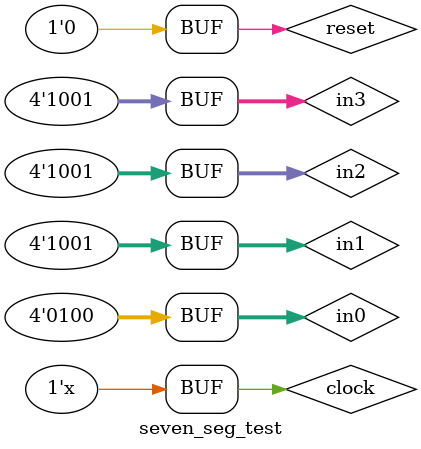
<source format=v>
`timescale 1ns / 1ps


module seven_seg_test(

    );
    reg clock, reset;
     reg [3:0] in0, in1, in2, in3;  //the 4 inputs for each display
     wire a, b, c, d, e, f, g, dp; //the individual LED output for the seven segment along with the digital point
     wire [3:0] an;   // the 4 bit enable signal
     
     Seven_seg uut(clock, reset,in0, in1, in2, in3, a, b, c, d, e, f, g, dp, an);
     
     initial begin
        clock =0;
        reset = 0;
        in0 = 0;
        in1 = 0;
        in2 = 0;
        in3 = 0;
        #100;
                in0 = 0;
                in1 = 1;
                in2 = 0;
                in3 = 5;
        #100
                in0 = 4;
                in1 = 9;
                in2 = 9;
                in3 = 9;
                #100;
                end
                
                always begin
                #5 clock=!clock;
                end
endmodule

</source>
